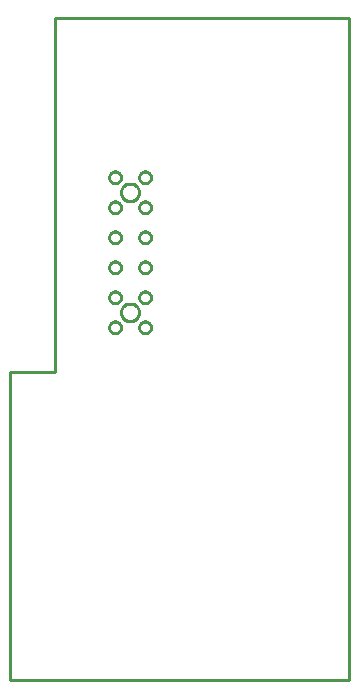
<source format=gbr>
G04 EAGLE Gerber RS-274X export*
G75*
%MOMM*%
%FSLAX34Y34*%
%LPD*%
%IN*%
%IPPOS*%
%AMOC8*
5,1,8,0,0,1.08239X$1,22.5*%
G01*
%ADD10C,0.254000*%


D10*
X12700Y6350D02*
X299720Y6350D01*
X299720Y566420D01*
X50800Y566420D01*
X50800Y266700D01*
X12700Y266700D01*
X12700Y6350D01*
X101319Y426800D02*
X100761Y426863D01*
X100214Y426988D01*
X99684Y427173D01*
X99178Y427417D01*
X98702Y427716D01*
X98263Y428066D01*
X97866Y428463D01*
X97516Y428902D01*
X97217Y429378D01*
X96973Y429884D01*
X96788Y430414D01*
X96663Y430961D01*
X96600Y431519D01*
X96600Y432081D01*
X96663Y432639D01*
X96788Y433186D01*
X96973Y433716D01*
X97217Y434222D01*
X97516Y434698D01*
X97866Y435137D01*
X98263Y435534D01*
X98702Y435884D01*
X99178Y436183D01*
X99684Y436427D01*
X100214Y436612D01*
X100761Y436737D01*
X101319Y436800D01*
X101881Y436800D01*
X102439Y436737D01*
X102986Y436612D01*
X103516Y436427D01*
X104022Y436183D01*
X104498Y435884D01*
X104937Y435534D01*
X105334Y435137D01*
X105684Y434698D01*
X105983Y434222D01*
X106227Y433716D01*
X106412Y433186D01*
X106537Y432639D01*
X106600Y432081D01*
X106600Y431519D01*
X106537Y430961D01*
X106412Y430414D01*
X106227Y429884D01*
X105983Y429378D01*
X105684Y428902D01*
X105334Y428463D01*
X104937Y428066D01*
X104498Y427716D01*
X104022Y427417D01*
X103516Y427173D01*
X102986Y426988D01*
X102439Y426863D01*
X101881Y426800D01*
X101319Y426800D01*
X101319Y401400D02*
X100761Y401463D01*
X100214Y401588D01*
X99684Y401773D01*
X99178Y402017D01*
X98702Y402316D01*
X98263Y402666D01*
X97866Y403063D01*
X97516Y403502D01*
X97217Y403978D01*
X96973Y404484D01*
X96788Y405014D01*
X96663Y405561D01*
X96600Y406119D01*
X96600Y406681D01*
X96663Y407239D01*
X96788Y407786D01*
X96973Y408316D01*
X97217Y408822D01*
X97516Y409298D01*
X97866Y409737D01*
X98263Y410134D01*
X98702Y410484D01*
X99178Y410783D01*
X99684Y411027D01*
X100214Y411212D01*
X100761Y411337D01*
X101319Y411400D01*
X101881Y411400D01*
X102439Y411337D01*
X102986Y411212D01*
X103516Y411027D01*
X104022Y410783D01*
X104498Y410484D01*
X104937Y410134D01*
X105334Y409737D01*
X105684Y409298D01*
X105983Y408822D01*
X106227Y408316D01*
X106412Y407786D01*
X106537Y407239D01*
X106600Y406681D01*
X106600Y406119D01*
X106537Y405561D01*
X106412Y405014D01*
X106227Y404484D01*
X105983Y403978D01*
X105684Y403502D01*
X105334Y403063D01*
X104937Y402666D01*
X104498Y402316D01*
X104022Y402017D01*
X103516Y401773D01*
X102986Y401588D01*
X102439Y401463D01*
X101881Y401400D01*
X101319Y401400D01*
X101319Y376000D02*
X100761Y376063D01*
X100214Y376188D01*
X99684Y376373D01*
X99178Y376617D01*
X98702Y376916D01*
X98263Y377266D01*
X97866Y377663D01*
X97516Y378102D01*
X97217Y378578D01*
X96973Y379084D01*
X96788Y379614D01*
X96663Y380161D01*
X96600Y380719D01*
X96600Y381281D01*
X96663Y381839D01*
X96788Y382386D01*
X96973Y382916D01*
X97217Y383422D01*
X97516Y383898D01*
X97866Y384337D01*
X98263Y384734D01*
X98702Y385084D01*
X99178Y385383D01*
X99684Y385627D01*
X100214Y385812D01*
X100761Y385937D01*
X101319Y386000D01*
X101881Y386000D01*
X102439Y385937D01*
X102986Y385812D01*
X103516Y385627D01*
X104022Y385383D01*
X104498Y385084D01*
X104937Y384734D01*
X105334Y384337D01*
X105684Y383898D01*
X105983Y383422D01*
X106227Y382916D01*
X106412Y382386D01*
X106537Y381839D01*
X106600Y381281D01*
X106600Y380719D01*
X106537Y380161D01*
X106412Y379614D01*
X106227Y379084D01*
X105983Y378578D01*
X105684Y378102D01*
X105334Y377663D01*
X104937Y377266D01*
X104498Y376916D01*
X104022Y376617D01*
X103516Y376373D01*
X102986Y376188D01*
X102439Y376063D01*
X101881Y376000D01*
X101319Y376000D01*
X101319Y350600D02*
X100761Y350663D01*
X100214Y350788D01*
X99684Y350973D01*
X99178Y351217D01*
X98702Y351516D01*
X98263Y351866D01*
X97866Y352263D01*
X97516Y352702D01*
X97217Y353178D01*
X96973Y353684D01*
X96788Y354214D01*
X96663Y354761D01*
X96600Y355319D01*
X96600Y355881D01*
X96663Y356439D01*
X96788Y356986D01*
X96973Y357516D01*
X97217Y358022D01*
X97516Y358498D01*
X97866Y358937D01*
X98263Y359334D01*
X98702Y359684D01*
X99178Y359983D01*
X99684Y360227D01*
X100214Y360412D01*
X100761Y360537D01*
X101319Y360600D01*
X101881Y360600D01*
X102439Y360537D01*
X102986Y360412D01*
X103516Y360227D01*
X104022Y359983D01*
X104498Y359684D01*
X104937Y359334D01*
X105334Y358937D01*
X105684Y358498D01*
X105983Y358022D01*
X106227Y357516D01*
X106412Y356986D01*
X106537Y356439D01*
X106600Y355881D01*
X106600Y355319D01*
X106537Y354761D01*
X106412Y354214D01*
X106227Y353684D01*
X105983Y353178D01*
X105684Y352702D01*
X105334Y352263D01*
X104937Y351866D01*
X104498Y351516D01*
X104022Y351217D01*
X103516Y350973D01*
X102986Y350788D01*
X102439Y350663D01*
X101881Y350600D01*
X101319Y350600D01*
X101319Y325200D02*
X100761Y325263D01*
X100214Y325388D01*
X99684Y325573D01*
X99178Y325817D01*
X98702Y326116D01*
X98263Y326466D01*
X97866Y326863D01*
X97516Y327302D01*
X97217Y327778D01*
X96973Y328284D01*
X96788Y328814D01*
X96663Y329361D01*
X96600Y329919D01*
X96600Y330481D01*
X96663Y331039D01*
X96788Y331586D01*
X96973Y332116D01*
X97217Y332622D01*
X97516Y333098D01*
X97866Y333537D01*
X98263Y333934D01*
X98702Y334284D01*
X99178Y334583D01*
X99684Y334827D01*
X100214Y335012D01*
X100761Y335137D01*
X101319Y335200D01*
X101881Y335200D01*
X102439Y335137D01*
X102986Y335012D01*
X103516Y334827D01*
X104022Y334583D01*
X104498Y334284D01*
X104937Y333934D01*
X105334Y333537D01*
X105684Y333098D01*
X105983Y332622D01*
X106227Y332116D01*
X106412Y331586D01*
X106537Y331039D01*
X106600Y330481D01*
X106600Y329919D01*
X106537Y329361D01*
X106412Y328814D01*
X106227Y328284D01*
X105983Y327778D01*
X105684Y327302D01*
X105334Y326863D01*
X104937Y326466D01*
X104498Y326116D01*
X104022Y325817D01*
X103516Y325573D01*
X102986Y325388D01*
X102439Y325263D01*
X101881Y325200D01*
X101319Y325200D01*
X101319Y299800D02*
X100761Y299863D01*
X100214Y299988D01*
X99684Y300173D01*
X99178Y300417D01*
X98702Y300716D01*
X98263Y301066D01*
X97866Y301463D01*
X97516Y301902D01*
X97217Y302378D01*
X96973Y302884D01*
X96788Y303414D01*
X96663Y303961D01*
X96600Y304519D01*
X96600Y305081D01*
X96663Y305639D01*
X96788Y306186D01*
X96973Y306716D01*
X97217Y307222D01*
X97516Y307698D01*
X97866Y308137D01*
X98263Y308534D01*
X98702Y308884D01*
X99178Y309183D01*
X99684Y309427D01*
X100214Y309612D01*
X100761Y309737D01*
X101319Y309800D01*
X101881Y309800D01*
X102439Y309737D01*
X102986Y309612D01*
X103516Y309427D01*
X104022Y309183D01*
X104498Y308884D01*
X104937Y308534D01*
X105334Y308137D01*
X105684Y307698D01*
X105983Y307222D01*
X106227Y306716D01*
X106412Y306186D01*
X106537Y305639D01*
X106600Y305081D01*
X106600Y304519D01*
X106537Y303961D01*
X106412Y303414D01*
X106227Y302884D01*
X105983Y302378D01*
X105684Y301902D01*
X105334Y301463D01*
X104937Y301066D01*
X104498Y300716D01*
X104022Y300417D01*
X103516Y300173D01*
X102986Y299988D01*
X102439Y299863D01*
X101881Y299800D01*
X101319Y299800D01*
X126719Y299800D02*
X126161Y299863D01*
X125614Y299988D01*
X125084Y300173D01*
X124578Y300417D01*
X124102Y300716D01*
X123663Y301066D01*
X123266Y301463D01*
X122916Y301902D01*
X122617Y302378D01*
X122373Y302884D01*
X122188Y303414D01*
X122063Y303961D01*
X122000Y304519D01*
X122000Y305081D01*
X122063Y305639D01*
X122188Y306186D01*
X122373Y306716D01*
X122617Y307222D01*
X122916Y307698D01*
X123266Y308137D01*
X123663Y308534D01*
X124102Y308884D01*
X124578Y309183D01*
X125084Y309427D01*
X125614Y309612D01*
X126161Y309737D01*
X126719Y309800D01*
X127281Y309800D01*
X127839Y309737D01*
X128386Y309612D01*
X128916Y309427D01*
X129422Y309183D01*
X129898Y308884D01*
X130337Y308534D01*
X130734Y308137D01*
X131084Y307698D01*
X131383Y307222D01*
X131627Y306716D01*
X131812Y306186D01*
X131937Y305639D01*
X132000Y305081D01*
X132000Y304519D01*
X131937Y303961D01*
X131812Y303414D01*
X131627Y302884D01*
X131383Y302378D01*
X131084Y301902D01*
X130734Y301463D01*
X130337Y301066D01*
X129898Y300716D01*
X129422Y300417D01*
X128916Y300173D01*
X128386Y299988D01*
X127839Y299863D01*
X127281Y299800D01*
X126719Y299800D01*
X126719Y325200D02*
X126161Y325263D01*
X125614Y325388D01*
X125084Y325573D01*
X124578Y325817D01*
X124102Y326116D01*
X123663Y326466D01*
X123266Y326863D01*
X122916Y327302D01*
X122617Y327778D01*
X122373Y328284D01*
X122188Y328814D01*
X122063Y329361D01*
X122000Y329919D01*
X122000Y330481D01*
X122063Y331039D01*
X122188Y331586D01*
X122373Y332116D01*
X122617Y332622D01*
X122916Y333098D01*
X123266Y333537D01*
X123663Y333934D01*
X124102Y334284D01*
X124578Y334583D01*
X125084Y334827D01*
X125614Y335012D01*
X126161Y335137D01*
X126719Y335200D01*
X127281Y335200D01*
X127839Y335137D01*
X128386Y335012D01*
X128916Y334827D01*
X129422Y334583D01*
X129898Y334284D01*
X130337Y333934D01*
X130734Y333537D01*
X131084Y333098D01*
X131383Y332622D01*
X131627Y332116D01*
X131812Y331586D01*
X131937Y331039D01*
X132000Y330481D01*
X132000Y329919D01*
X131937Y329361D01*
X131812Y328814D01*
X131627Y328284D01*
X131383Y327778D01*
X131084Y327302D01*
X130734Y326863D01*
X130337Y326466D01*
X129898Y326116D01*
X129422Y325817D01*
X128916Y325573D01*
X128386Y325388D01*
X127839Y325263D01*
X127281Y325200D01*
X126719Y325200D01*
X126719Y350600D02*
X126161Y350663D01*
X125614Y350788D01*
X125084Y350973D01*
X124578Y351217D01*
X124102Y351516D01*
X123663Y351866D01*
X123266Y352263D01*
X122916Y352702D01*
X122617Y353178D01*
X122373Y353684D01*
X122188Y354214D01*
X122063Y354761D01*
X122000Y355319D01*
X122000Y355881D01*
X122063Y356439D01*
X122188Y356986D01*
X122373Y357516D01*
X122617Y358022D01*
X122916Y358498D01*
X123266Y358937D01*
X123663Y359334D01*
X124102Y359684D01*
X124578Y359983D01*
X125084Y360227D01*
X125614Y360412D01*
X126161Y360537D01*
X126719Y360600D01*
X127281Y360600D01*
X127839Y360537D01*
X128386Y360412D01*
X128916Y360227D01*
X129422Y359983D01*
X129898Y359684D01*
X130337Y359334D01*
X130734Y358937D01*
X131084Y358498D01*
X131383Y358022D01*
X131627Y357516D01*
X131812Y356986D01*
X131937Y356439D01*
X132000Y355881D01*
X132000Y355319D01*
X131937Y354761D01*
X131812Y354214D01*
X131627Y353684D01*
X131383Y353178D01*
X131084Y352702D01*
X130734Y352263D01*
X130337Y351866D01*
X129898Y351516D01*
X129422Y351217D01*
X128916Y350973D01*
X128386Y350788D01*
X127839Y350663D01*
X127281Y350600D01*
X126719Y350600D01*
X126719Y376000D02*
X126161Y376063D01*
X125614Y376188D01*
X125084Y376373D01*
X124578Y376617D01*
X124102Y376916D01*
X123663Y377266D01*
X123266Y377663D01*
X122916Y378102D01*
X122617Y378578D01*
X122373Y379084D01*
X122188Y379614D01*
X122063Y380161D01*
X122000Y380719D01*
X122000Y381281D01*
X122063Y381839D01*
X122188Y382386D01*
X122373Y382916D01*
X122617Y383422D01*
X122916Y383898D01*
X123266Y384337D01*
X123663Y384734D01*
X124102Y385084D01*
X124578Y385383D01*
X125084Y385627D01*
X125614Y385812D01*
X126161Y385937D01*
X126719Y386000D01*
X127281Y386000D01*
X127839Y385937D01*
X128386Y385812D01*
X128916Y385627D01*
X129422Y385383D01*
X129898Y385084D01*
X130337Y384734D01*
X130734Y384337D01*
X131084Y383898D01*
X131383Y383422D01*
X131627Y382916D01*
X131812Y382386D01*
X131937Y381839D01*
X132000Y381281D01*
X132000Y380719D01*
X131937Y380161D01*
X131812Y379614D01*
X131627Y379084D01*
X131383Y378578D01*
X131084Y378102D01*
X130734Y377663D01*
X130337Y377266D01*
X129898Y376916D01*
X129422Y376617D01*
X128916Y376373D01*
X128386Y376188D01*
X127839Y376063D01*
X127281Y376000D01*
X126719Y376000D01*
X126719Y401400D02*
X126161Y401463D01*
X125614Y401588D01*
X125084Y401773D01*
X124578Y402017D01*
X124102Y402316D01*
X123663Y402666D01*
X123266Y403063D01*
X122916Y403502D01*
X122617Y403978D01*
X122373Y404484D01*
X122188Y405014D01*
X122063Y405561D01*
X122000Y406119D01*
X122000Y406681D01*
X122063Y407239D01*
X122188Y407786D01*
X122373Y408316D01*
X122617Y408822D01*
X122916Y409298D01*
X123266Y409737D01*
X123663Y410134D01*
X124102Y410484D01*
X124578Y410783D01*
X125084Y411027D01*
X125614Y411212D01*
X126161Y411337D01*
X126719Y411400D01*
X127281Y411400D01*
X127839Y411337D01*
X128386Y411212D01*
X128916Y411027D01*
X129422Y410783D01*
X129898Y410484D01*
X130337Y410134D01*
X130734Y409737D01*
X131084Y409298D01*
X131383Y408822D01*
X131627Y408316D01*
X131812Y407786D01*
X131937Y407239D01*
X132000Y406681D01*
X132000Y406119D01*
X131937Y405561D01*
X131812Y405014D01*
X131627Y404484D01*
X131383Y403978D01*
X131084Y403502D01*
X130734Y403063D01*
X130337Y402666D01*
X129898Y402316D01*
X129422Y402017D01*
X128916Y401773D01*
X128386Y401588D01*
X127839Y401463D01*
X127281Y401400D01*
X126719Y401400D01*
X126719Y426800D02*
X126161Y426863D01*
X125614Y426988D01*
X125084Y427173D01*
X124578Y427417D01*
X124102Y427716D01*
X123663Y428066D01*
X123266Y428463D01*
X122916Y428902D01*
X122617Y429378D01*
X122373Y429884D01*
X122188Y430414D01*
X122063Y430961D01*
X122000Y431519D01*
X122000Y432081D01*
X122063Y432639D01*
X122188Y433186D01*
X122373Y433716D01*
X122617Y434222D01*
X122916Y434698D01*
X123266Y435137D01*
X123663Y435534D01*
X124102Y435884D01*
X124578Y436183D01*
X125084Y436427D01*
X125614Y436612D01*
X126161Y436737D01*
X126719Y436800D01*
X127281Y436800D01*
X127839Y436737D01*
X128386Y436612D01*
X128916Y436427D01*
X129422Y436183D01*
X129898Y435884D01*
X130337Y435534D01*
X130734Y435137D01*
X131084Y434698D01*
X131383Y434222D01*
X131627Y433716D01*
X131812Y433186D01*
X131937Y432639D01*
X132000Y432081D01*
X132000Y431519D01*
X131937Y430961D01*
X131812Y430414D01*
X131627Y429884D01*
X131383Y429378D01*
X131084Y428902D01*
X130734Y428463D01*
X130337Y428066D01*
X129898Y427716D01*
X129422Y427417D01*
X128916Y427173D01*
X128386Y426988D01*
X127839Y426863D01*
X127281Y426800D01*
X126719Y426800D01*
X113932Y411600D02*
X113198Y411672D01*
X112475Y411816D01*
X111770Y412030D01*
X111089Y412312D01*
X110440Y412659D01*
X109827Y413069D01*
X109257Y413536D01*
X108736Y414057D01*
X108269Y414627D01*
X107859Y415240D01*
X107512Y415889D01*
X107230Y416570D01*
X107016Y417275D01*
X106872Y417998D01*
X106800Y418732D01*
X106800Y419468D01*
X106872Y420202D01*
X107016Y420925D01*
X107230Y421630D01*
X107512Y422311D01*
X107859Y422960D01*
X108269Y423573D01*
X108736Y424143D01*
X109257Y424664D01*
X109827Y425131D01*
X110440Y425541D01*
X111089Y425888D01*
X111770Y426170D01*
X112475Y426384D01*
X113198Y426528D01*
X113932Y426600D01*
X114668Y426600D01*
X115402Y426528D01*
X116125Y426384D01*
X116830Y426170D01*
X117511Y425888D01*
X118160Y425541D01*
X118773Y425131D01*
X119343Y424664D01*
X119864Y424143D01*
X120331Y423573D01*
X120741Y422960D01*
X121088Y422311D01*
X121370Y421630D01*
X121584Y420925D01*
X121728Y420202D01*
X121800Y419468D01*
X121800Y418732D01*
X121728Y417998D01*
X121584Y417275D01*
X121370Y416570D01*
X121088Y415889D01*
X120741Y415240D01*
X120331Y414627D01*
X119864Y414057D01*
X119343Y413536D01*
X118773Y413069D01*
X118160Y412659D01*
X117511Y412312D01*
X116830Y412030D01*
X116125Y411816D01*
X115402Y411672D01*
X114668Y411600D01*
X113932Y411600D01*
X113932Y310000D02*
X113198Y310072D01*
X112475Y310216D01*
X111770Y310430D01*
X111089Y310712D01*
X110440Y311059D01*
X109827Y311469D01*
X109257Y311936D01*
X108736Y312457D01*
X108269Y313027D01*
X107859Y313640D01*
X107512Y314289D01*
X107230Y314970D01*
X107016Y315675D01*
X106872Y316398D01*
X106800Y317132D01*
X106800Y317868D01*
X106872Y318602D01*
X107016Y319325D01*
X107230Y320030D01*
X107512Y320711D01*
X107859Y321360D01*
X108269Y321973D01*
X108736Y322543D01*
X109257Y323064D01*
X109827Y323531D01*
X110440Y323941D01*
X111089Y324288D01*
X111770Y324570D01*
X112475Y324784D01*
X113198Y324928D01*
X113932Y325000D01*
X114668Y325000D01*
X115402Y324928D01*
X116125Y324784D01*
X116830Y324570D01*
X117511Y324288D01*
X118160Y323941D01*
X118773Y323531D01*
X119343Y323064D01*
X119864Y322543D01*
X120331Y321973D01*
X120741Y321360D01*
X121088Y320711D01*
X121370Y320030D01*
X121584Y319325D01*
X121728Y318602D01*
X121800Y317868D01*
X121800Y317132D01*
X121728Y316398D01*
X121584Y315675D01*
X121370Y314970D01*
X121088Y314289D01*
X120741Y313640D01*
X120331Y313027D01*
X119864Y312457D01*
X119343Y311936D01*
X118773Y311469D01*
X118160Y311059D01*
X117511Y310712D01*
X116830Y310430D01*
X116125Y310216D01*
X115402Y310072D01*
X114668Y310000D01*
X113932Y310000D01*
M02*

</source>
